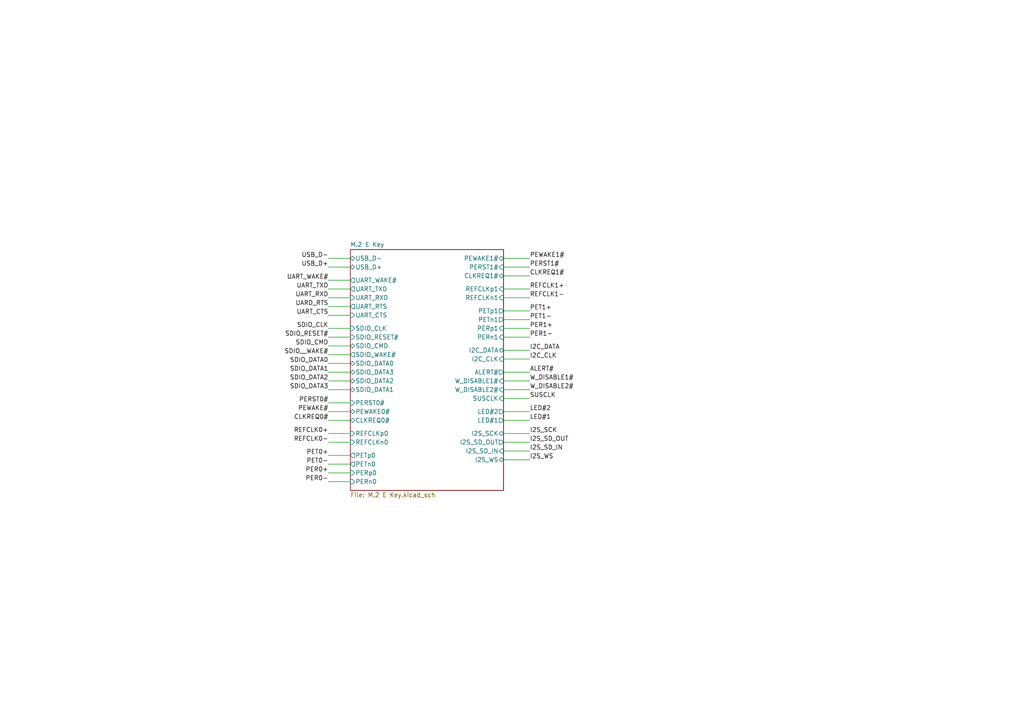
<source format=kicad_sch>
(kicad_sch
	(version 20250114)
	(generator "eeschema")
	(generator_version "9.0")
	(uuid "aaf036dc-255d-4ccb-b6c3-e9d3d1ee6709")
	(paper "A4")
	(lib_symbols)
	(wire
		(pts
			(xy 146.05 119.38) (xy 153.67 119.38)
		)
		(stroke
			(width 0)
			(type default)
		)
		(uuid "03b58f2f-4dab-451a-aeb9-0644e896b520")
	)
	(wire
		(pts
			(xy 95.25 116.84) (xy 101.6 116.84)
		)
		(stroke
			(width 0)
			(type default)
		)
		(uuid "06f54872-90d7-471f-9416-714af3866908")
	)
	(wire
		(pts
			(xy 146.05 121.92) (xy 153.67 121.92)
		)
		(stroke
			(width 0)
			(type default)
		)
		(uuid "0a2faf69-5f4c-49e5-a971-a41873738239")
	)
	(wire
		(pts
			(xy 146.05 80.01) (xy 153.67 80.01)
		)
		(stroke
			(width 0)
			(type default)
		)
		(uuid "17289a4c-e344-4454-95a2-e8f50c244f58")
	)
	(wire
		(pts
			(xy 146.05 95.25) (xy 153.67 95.25)
		)
		(stroke
			(width 0)
			(type default)
		)
		(uuid "191e7c19-31ea-4eae-b91d-76b92ae77db4")
	)
	(wire
		(pts
			(xy 95.25 139.7) (xy 101.6 139.7)
		)
		(stroke
			(width 0)
			(type default)
		)
		(uuid "1e646869-7167-4f36-bd99-305a43c8e4ed")
	)
	(wire
		(pts
			(xy 95.25 81.28) (xy 101.6 81.28)
		)
		(stroke
			(width 0)
			(type default)
		)
		(uuid "21a9bb39-97a1-4d66-8f5b-1cea6c2156d0")
	)
	(wire
		(pts
			(xy 146.05 104.14) (xy 153.67 104.14)
		)
		(stroke
			(width 0)
			(type default)
		)
		(uuid "37a42ab8-2d5f-4c8a-a07e-6601a63916b2")
	)
	(wire
		(pts
			(xy 146.05 130.81) (xy 153.67 130.81)
		)
		(stroke
			(width 0)
			(type default)
		)
		(uuid "38b536fb-bba3-44bf-9946-24f32dbdefd5")
	)
	(wire
		(pts
			(xy 95.25 110.49) (xy 101.6 110.49)
		)
		(stroke
			(width 0)
			(type default)
		)
		(uuid "3d3b6dfe-5671-422c-86fb-61054ad34218")
	)
	(wire
		(pts
			(xy 146.05 74.93) (xy 153.67 74.93)
		)
		(stroke
			(width 0)
			(type default)
		)
		(uuid "4505b23a-f9c9-4f95-ad72-18b7a58f700d")
	)
	(wire
		(pts
			(xy 95.25 74.93) (xy 101.6 74.93)
		)
		(stroke
			(width 0)
			(type default)
		)
		(uuid "46f2d8d0-b0d0-43db-a696-66263665fe0b")
	)
	(wire
		(pts
			(xy 95.25 137.16) (xy 101.6 137.16)
		)
		(stroke
			(width 0)
			(type default)
		)
		(uuid "47f737e9-e605-47a3-b95c-17d6576ac329")
	)
	(wire
		(pts
			(xy 146.05 110.49) (xy 153.67 110.49)
		)
		(stroke
			(width 0)
			(type default)
		)
		(uuid "4b4f323c-15b3-4e11-b1ac-75ee426f6fdd")
	)
	(wire
		(pts
			(xy 95.25 88.9) (xy 101.6 88.9)
		)
		(stroke
			(width 0)
			(type default)
		)
		(uuid "54dd1ff4-7079-4706-aad1-04d2eb13b700")
	)
	(wire
		(pts
			(xy 146.05 97.79) (xy 153.67 97.79)
		)
		(stroke
			(width 0)
			(type default)
		)
		(uuid "597bc73a-922e-4ff8-8d82-3e8c3deecd1a")
	)
	(wire
		(pts
			(xy 95.25 105.41) (xy 101.6 105.41)
		)
		(stroke
			(width 0)
			(type default)
		)
		(uuid "61b3cdd8-4885-42c3-9e24-34eee7f7f78c")
	)
	(wire
		(pts
			(xy 95.25 125.73) (xy 101.6 125.73)
		)
		(stroke
			(width 0)
			(type default)
		)
		(uuid "6546f964-d9d3-41a9-81b7-0233744b03fe")
	)
	(wire
		(pts
			(xy 146.05 83.82) (xy 153.67 83.82)
		)
		(stroke
			(width 0)
			(type default)
		)
		(uuid "76e7611e-fc0c-4d30-90ef-3a4ffc64fe6c")
	)
	(wire
		(pts
			(xy 95.25 83.82) (xy 101.6 83.82)
		)
		(stroke
			(width 0)
			(type default)
		)
		(uuid "7b5537b9-7795-4ecd-9512-217331a7374e")
	)
	(wire
		(pts
			(xy 146.05 92.71) (xy 153.67 92.71)
		)
		(stroke
			(width 0)
			(type default)
		)
		(uuid "804faba2-cef9-4a18-922e-84885e4f5407")
	)
	(wire
		(pts
			(xy 95.25 100.33) (xy 101.6 100.33)
		)
		(stroke
			(width 0)
			(type default)
		)
		(uuid "83bba7b2-3315-4158-adeb-a6d3477cb6b1")
	)
	(wire
		(pts
			(xy 146.05 86.36) (xy 153.67 86.36)
		)
		(stroke
			(width 0)
			(type default)
		)
		(uuid "8641eb00-bf3d-4baf-9ef7-784b2a6e2161")
	)
	(wire
		(pts
			(xy 95.25 119.38) (xy 101.6 119.38)
		)
		(stroke
			(width 0)
			(type default)
		)
		(uuid "8642de09-100d-4b4a-91b3-0fb69be0b00b")
	)
	(wire
		(pts
			(xy 146.05 115.57) (xy 153.67 115.57)
		)
		(stroke
			(width 0)
			(type default)
		)
		(uuid "8a29c2b0-38e3-49a4-82ce-e51d35bd97b5")
	)
	(wire
		(pts
			(xy 146.05 90.17) (xy 153.67 90.17)
		)
		(stroke
			(width 0)
			(type default)
		)
		(uuid "935ae49a-86d7-4a56-bd83-92b6384536ce")
	)
	(wire
		(pts
			(xy 146.05 133.35) (xy 153.67 133.35)
		)
		(stroke
			(width 0)
			(type default)
		)
		(uuid "93a3685e-83fa-47c1-8caf-e0ea41936e32")
	)
	(wire
		(pts
			(xy 146.05 128.27) (xy 153.67 128.27)
		)
		(stroke
			(width 0)
			(type default)
		)
		(uuid "a12f91e3-3b25-4993-b6f4-53b877232d98")
	)
	(wire
		(pts
			(xy 95.25 97.79) (xy 101.6 97.79)
		)
		(stroke
			(width 0)
			(type default)
		)
		(uuid "a1da161c-7548-4986-a73f-d69899193636")
	)
	(wire
		(pts
			(xy 95.25 102.87) (xy 101.6 102.87)
		)
		(stroke
			(width 0)
			(type default)
		)
		(uuid "a4aada25-4096-47a0-95c6-de973f33b3fb")
	)
	(wire
		(pts
			(xy 95.25 132.08) (xy 101.6 132.08)
		)
		(stroke
			(width 0)
			(type default)
		)
		(uuid "b4f4f44c-d37a-40c2-82c1-38751de1486f")
	)
	(wire
		(pts
			(xy 95.25 113.03) (xy 101.6 113.03)
		)
		(stroke
			(width 0)
			(type default)
		)
		(uuid "b7aa73e0-30e2-4979-a31f-577e640df779")
	)
	(wire
		(pts
			(xy 146.05 101.6) (xy 153.67 101.6)
		)
		(stroke
			(width 0)
			(type default)
		)
		(uuid "c0ba7db4-352f-40e9-a690-602cc9c3b8d0")
	)
	(wire
		(pts
			(xy 146.05 107.95) (xy 153.67 107.95)
		)
		(stroke
			(width 0)
			(type default)
		)
		(uuid "c2fa7180-a1ef-47fe-a185-c0f8915dd94f")
	)
	(wire
		(pts
			(xy 95.25 128.27) (xy 101.6 128.27)
		)
		(stroke
			(width 0)
			(type default)
		)
		(uuid "c3d4a0da-1015-4e21-a604-e2e7fa9f07d6")
	)
	(wire
		(pts
			(xy 95.25 134.62) (xy 101.6 134.62)
		)
		(stroke
			(width 0)
			(type default)
		)
		(uuid "cf584b8b-ee63-4181-b4cb-91886c90d2d9")
	)
	(wire
		(pts
			(xy 146.05 113.03) (xy 153.67 113.03)
		)
		(stroke
			(width 0)
			(type default)
		)
		(uuid "d14f25b8-e7e1-4d77-91d3-2d1f5b86713f")
	)
	(wire
		(pts
			(xy 146.05 125.73) (xy 153.67 125.73)
		)
		(stroke
			(width 0)
			(type default)
		)
		(uuid "ddc9885e-51a2-4afd-ba3d-fdf9ea5be083")
	)
	(wire
		(pts
			(xy 95.25 95.25) (xy 101.6 95.25)
		)
		(stroke
			(width 0)
			(type default)
		)
		(uuid "e1ca5715-2970-4640-a437-d2e1e0b27791")
	)
	(wire
		(pts
			(xy 95.25 91.44) (xy 101.6 91.44)
		)
		(stroke
			(width 0)
			(type default)
		)
		(uuid "e6d59247-ed34-4859-978b-b9425b71594f")
	)
	(wire
		(pts
			(xy 146.05 77.47) (xy 153.67 77.47)
		)
		(stroke
			(width 0)
			(type default)
		)
		(uuid "ebd5849d-ed9b-4505-8b78-143ea8a2c93f")
	)
	(wire
		(pts
			(xy 95.25 107.95) (xy 101.6 107.95)
		)
		(stroke
			(width 0)
			(type default)
		)
		(uuid "ed5f4866-fcd4-40ab-8bda-bce224622eff")
	)
	(wire
		(pts
			(xy 95.25 77.47) (xy 101.6 77.47)
		)
		(stroke
			(width 0)
			(type default)
		)
		(uuid "efe13d7c-3ec5-4056-9320-41f3a65d0831")
	)
	(wire
		(pts
			(xy 95.25 86.36) (xy 101.6 86.36)
		)
		(stroke
			(width 0)
			(type default)
		)
		(uuid "f7f27fef-d216-4404-83fb-323b3fe9bd65")
	)
	(wire
		(pts
			(xy 95.25 121.92) (xy 101.6 121.92)
		)
		(stroke
			(width 0)
			(type default)
		)
		(uuid "ffc0a8a6-aac0-4772-9f66-dc219ec62621")
	)
	(label "UART_RXD"
		(at 95.25 86.36 180)
		(effects
			(font
				(size 1.27 1.27)
			)
			(justify right bottom)
		)
		(uuid "06670531-c0ba-4b82-91f3-54d598f6b122")
	)
	(label "SDIO_CMD"
		(at 95.25 100.33 180)
		(effects
			(font
				(size 1.27 1.27)
			)
			(justify right bottom)
		)
		(uuid "0749ab4e-258f-485d-9936-aff5587b11f9")
	)
	(label "PET1+"
		(at 153.67 90.17 0)
		(effects
			(font
				(size 1.27 1.27)
			)
			(justify left bottom)
		)
		(uuid "07d1fe05-4018-43d4-9bb1-76d5aaddc436")
	)
	(label "ALERT#"
		(at 153.67 107.95 0)
		(effects
			(font
				(size 1.27 1.27)
			)
			(justify left bottom)
		)
		(uuid "1225e0b8-7670-4a30-ad7c-6c83036b7fa3")
	)
	(label "CLKREQ0#"
		(at 95.25 121.92 180)
		(effects
			(font
				(size 1.27 1.27)
			)
			(justify right bottom)
		)
		(uuid "122fb16b-032e-4fa7-b348-b25adb179e52")
	)
	(label "PER0-"
		(at 95.25 139.7 180)
		(effects
			(font
				(size 1.27 1.27)
			)
			(justify right bottom)
		)
		(uuid "17f79806-ff2b-4f63-a196-cb8795016171")
	)
	(label "LED#1"
		(at 153.67 121.92 0)
		(effects
			(font
				(size 1.27 1.27)
			)
			(justify left bottom)
		)
		(uuid "1847f5ce-3e04-4b71-9d15-ef15fa134c64")
	)
	(label "SDIO_DATA3"
		(at 95.25 113.03 180)
		(effects
			(font
				(size 1.27 1.27)
			)
			(justify right bottom)
		)
		(uuid "20220084-1f74-4427-844a-ba3dc1669ae7")
	)
	(label "W_DISABLE2#"
		(at 153.67 113.03 0)
		(effects
			(font
				(size 1.27 1.27)
			)
			(justify left bottom)
		)
		(uuid "24f23b35-2e5e-46b1-a9a3-71fc71bf74e0")
	)
	(label "UART_CTS"
		(at 95.25 91.44 180)
		(effects
			(font
				(size 1.27 1.27)
			)
			(justify right bottom)
		)
		(uuid "2c7e78f6-28b6-44e5-9899-3847fb748d38")
	)
	(label "SDIO_CLK"
		(at 95.25 95.25 180)
		(effects
			(font
				(size 1.27 1.27)
			)
			(justify right bottom)
		)
		(uuid "2c833ea8-b22d-4419-9746-f92e7e5f9241")
	)
	(label "SUSCLK"
		(at 153.67 115.57 0)
		(effects
			(font
				(size 1.27 1.27)
			)
			(justify left bottom)
		)
		(uuid "3155a073-b14f-4614-8833-bc4f43ef0347")
	)
	(label "UART_WAKE#"
		(at 95.25 81.28 180)
		(effects
			(font
				(size 1.27 1.27)
			)
			(justify right bottom)
		)
		(uuid "334e3997-34fd-40bf-8048-0d768886a5cb")
	)
	(label "REFCLK1-"
		(at 153.67 86.36 0)
		(effects
			(font
				(size 1.27 1.27)
			)
			(justify left bottom)
		)
		(uuid "488da32a-57e8-46f0-a739-e8f300632d1f")
	)
	(label "PET0+"
		(at 95.25 132.08 180)
		(effects
			(font
				(size 1.27 1.27)
			)
			(justify right bottom)
		)
		(uuid "48e5458d-80f5-4194-a9c6-ea9d887619ea")
	)
	(label "CLKREQ1#"
		(at 153.67 80.01 0)
		(effects
			(font
				(size 1.27 1.27)
			)
			(justify left bottom)
		)
		(uuid "4e0f2096-c76d-4f83-8f90-e9ec66197570")
	)
	(label "SDIO_DATA0"
		(at 95.25 105.41 180)
		(effects
			(font
				(size 1.27 1.27)
			)
			(justify right bottom)
		)
		(uuid "4ee2ea7c-8eb4-43af-9ae1-928ce40c342e")
	)
	(label "SDIO_DATA2"
		(at 95.25 110.49 180)
		(effects
			(font
				(size 1.27 1.27)
			)
			(justify right bottom)
		)
		(uuid "5e42d664-42e0-4d83-81dd-328918625175")
	)
	(label "I2S_WS"
		(at 153.67 133.35 0)
		(effects
			(font
				(size 1.27 1.27)
			)
			(justify left bottom)
		)
		(uuid "66f29c5a-e2ef-4ec6-b3a6-d78bf9691f3f")
	)
	(label "USB_D-"
		(at 95.25 74.93 180)
		(effects
			(font
				(size 1.27 1.27)
			)
			(justify right bottom)
		)
		(uuid "68e4fccd-28b6-48bc-9e4d-37434b95bc20")
	)
	(label "PEWAKE1#"
		(at 153.67 74.93 0)
		(effects
			(font
				(size 1.27 1.27)
			)
			(justify left bottom)
		)
		(uuid "6af89fba-2606-4fdf-bc16-7d4b9ca73fda")
	)
	(label "PER1-"
		(at 153.67 97.79 0)
		(effects
			(font
				(size 1.27 1.27)
			)
			(justify left bottom)
		)
		(uuid "7151504c-1b8c-4345-981b-4823d46ab1d0")
	)
	(label "REFCLK1+"
		(at 153.67 83.82 0)
		(effects
			(font
				(size 1.27 1.27)
			)
			(justify left bottom)
		)
		(uuid "71f0ebd5-b910-4b67-a76a-49c8c801dcd6")
	)
	(label "PERST0#"
		(at 95.25 116.84 180)
		(effects
			(font
				(size 1.27 1.27)
			)
			(justify right bottom)
		)
		(uuid "72a5a8cb-5082-4c54-8e96-e7966137cc80")
	)
	(label "SDIO__WAKE#"
		(at 95.25 102.87 180)
		(effects
			(font
				(size 1.27 1.27)
			)
			(justify right bottom)
		)
		(uuid "74778b4f-9331-4aac-966a-fc25303c483d")
	)
	(label "REFCLK0+"
		(at 95.25 125.73 180)
		(effects
			(font
				(size 1.27 1.27)
			)
			(justify right bottom)
		)
		(uuid "802237f3-553d-43f1-bfc3-5954b95f748d")
	)
	(label "W_DISABLE1#"
		(at 153.67 110.49 0)
		(effects
			(font
				(size 1.27 1.27)
			)
			(justify left bottom)
		)
		(uuid "86d8c1da-4c35-4c3e-b701-b25795c46ad7")
	)
	(label "LED#2"
		(at 153.67 119.38 0)
		(effects
			(font
				(size 1.27 1.27)
			)
			(justify left bottom)
		)
		(uuid "8b949940-ba6d-4062-a289-d1839aade85e")
	)
	(label "USB_D+"
		(at 95.25 77.47 180)
		(effects
			(font
				(size 1.27 1.27)
			)
			(justify right bottom)
		)
		(uuid "8fbeda2d-61bb-4ce7-a14c-97bf9599f55d")
	)
	(label "I2C_DATA"
		(at 153.67 101.6 0)
		(effects
			(font
				(size 1.27 1.27)
			)
			(justify left bottom)
		)
		(uuid "95747cce-7702-4065-99d6-ad604e9afb34")
	)
	(label "PERST1#"
		(at 153.67 77.47 0)
		(effects
			(font
				(size 1.27 1.27)
			)
			(justify left bottom)
		)
		(uuid "a0896bfc-b6db-4c4b-b85c-93236fc21a02")
	)
	(label "PEWAKE#"
		(at 95.25 119.38 180)
		(effects
			(font
				(size 1.27 1.27)
			)
			(justify right bottom)
		)
		(uuid "a271d567-110e-4d16-ad3a-2d4ceb758ecf")
	)
	(label "I2C_CLK"
		(at 153.67 104.14 0)
		(effects
			(font
				(size 1.27 1.27)
			)
			(justify left bottom)
		)
		(uuid "a8108fc4-5673-40ca-8f6d-862be87bf3fc")
	)
	(label "PET0-"
		(at 95.25 134.62 180)
		(effects
			(font
				(size 1.27 1.27)
			)
			(justify right bottom)
		)
		(uuid "aa881d0b-1b4c-472c-9961-05481f10190d")
	)
	(label "PER1+"
		(at 153.67 95.25 0)
		(effects
			(font
				(size 1.27 1.27)
			)
			(justify left bottom)
		)
		(uuid "bacb69e2-bd07-4139-8c85-921317d28d1a")
	)
	(label "SDIO_DATA1"
		(at 95.25 107.95 180)
		(effects
			(font
				(size 1.27 1.27)
			)
			(justify right bottom)
		)
		(uuid "bbf72a7a-3c33-4e04-bf79-a8735f39d1c6")
	)
	(label "I2S_SCK"
		(at 153.67 125.73 0)
		(effects
			(font
				(size 1.27 1.27)
			)
			(justify left bottom)
		)
		(uuid "c4d51580-d702-4235-a699-b14c1af2713e")
	)
	(label "UARD_RTS"
		(at 95.25 88.9 180)
		(effects
			(font
				(size 1.27 1.27)
			)
			(justify right bottom)
		)
		(uuid "c7dcf12d-5bba-409f-9eed-289a35f3d58a")
	)
	(label "PER0+"
		(at 95.25 137.16 180)
		(effects
			(font
				(size 1.27 1.27)
			)
			(justify right bottom)
		)
		(uuid "cf34242c-adb7-455c-8d23-a38540d3aee1")
	)
	(label "I2S_SD_OUT"
		(at 153.67 128.27 0)
		(effects
			(font
				(size 1.27 1.27)
			)
			(justify left bottom)
		)
		(uuid "e010476f-e631-407f-bd47-cc6a36fac647")
	)
	(label "SDIO_RESET#"
		(at 95.25 97.79 180)
		(effects
			(font
				(size 1.27 1.27)
			)
			(justify right bottom)
		)
		(uuid "e2e6a714-6a45-4055-b18c-5eff18485024")
	)
	(label "PET1-"
		(at 153.67 92.71 0)
		(effects
			(font
				(size 1.27 1.27)
			)
			(justify left bottom)
		)
		(uuid "e6407beb-9cc3-4f8b-b2af-e895a06f2a3a")
	)
	(label "I2S_SD_IN"
		(at 153.67 130.81 0)
		(effects
			(font
				(size 1.27 1.27)
			)
			(justify left bottom)
		)
		(uuid "f5ef121d-6644-4b89-9e9b-9d40ac12f59b")
	)
	(label "UART_TXD"
		(at 95.25 83.82 180)
		(effects
			(font
				(size 1.27 1.27)
			)
			(justify right bottom)
		)
		(uuid "f84acbb2-4c12-4543-8135-34eeb72f0a1f")
	)
	(label "REFCLK0-"
		(at 95.25 128.27 180)
		(effects
			(font
				(size 1.27 1.27)
			)
			(justify right bottom)
		)
		(uuid "fe68cc99-1f40-4bc5-b63a-5ca5479940d7")
	)
	(sheet
		(at 101.6 72.39)
		(size 44.45 69.85)
		(exclude_from_sim no)
		(in_bom yes)
		(on_board yes)
		(dnp no)
		(fields_autoplaced yes)
		(stroke
			(width 0.1524)
			(type solid)
		)
		(fill
			(color 0 0 0 0.0000)
		)
		(uuid "7b30a98c-45c5-49d3-9395-539ac2342c37")
		(property "Sheetname" "M.2 E Key"
			(at 101.6 71.6784 0)
			(effects
				(font
					(size 1.27 1.27)
				)
				(justify left bottom)
			)
		)
		(property "Sheetfile" "M.2 E Key.kicad_sch"
			(at 101.6 142.8246 0)
			(effects
				(font
					(size 1.27 1.27)
				)
				(justify left top)
			)
		)
		(pin "USB_D-" bidirectional
			(at 101.6 74.93 180)
			(uuid "a099e7ca-d35f-456e-864b-29956363e049")
			(effects
				(font
					(size 1.27 1.27)
				)
				(justify left)
			)
		)
		(pin "USB_D+" bidirectional
			(at 101.6 77.47 180)
			(uuid "ef1a8f3d-407b-4472-9ea1-cbd8a1708f18")
			(effects
				(font
					(size 1.27 1.27)
				)
				(justify left)
			)
		)
		(pin "UART_WAKE#" output
			(at 101.6 81.28 180)
			(uuid "667fcf9f-7cad-469f-83ad-c3382c8fadfd")
			(effects
				(font
					(size 1.27 1.27)
				)
				(justify left)
			)
		)
		(pin "UART_TXD" output
			(at 101.6 83.82 180)
			(uuid "23605636-3d84-420b-9c12-c2f2446d4307")
			(effects
				(font
					(size 1.27 1.27)
				)
				(justify left)
			)
		)
		(pin "UART_RTS" output
			(at 101.6 88.9 180)
			(uuid "763294c2-5eb5-4126-b4c8-0233b1bc4d6a")
			(effects
				(font
					(size 1.27 1.27)
				)
				(justify left)
			)
		)
		(pin "UART_RXD" input
			(at 101.6 86.36 180)
			(uuid "f767ea5a-ea9b-4c50-95e7-ae5bb0166b34")
			(effects
				(font
					(size 1.27 1.27)
				)
				(justify left)
			)
		)
		(pin "UART_CTS" input
			(at 101.6 91.44 180)
			(uuid "38a15123-029a-42fd-be2c-8ce918377bd9")
			(effects
				(font
					(size 1.27 1.27)
				)
				(justify left)
			)
		)
		(pin "SDIO_CLK" input
			(at 101.6 95.25 180)
			(uuid "1a945f37-f5ea-4dfe-8653-0658d2654740")
			(effects
				(font
					(size 1.27 1.27)
				)
				(justify left)
			)
		)
		(pin "SDIO_RESET#" input
			(at 101.6 97.79 180)
			(uuid "17ea6a3a-c28e-461c-bea9-64d6f73a94d6")
			(effects
				(font
					(size 1.27 1.27)
				)
				(justify left)
			)
		)
		(pin "SDIO_CMD" bidirectional
			(at 101.6 100.33 180)
			(uuid "f85df59e-23f8-46b1-b436-af7cdb3f6a33")
			(effects
				(font
					(size 1.27 1.27)
				)
				(justify left)
			)
		)
		(pin "SDIO_WAKE#" output
			(at 101.6 102.87 180)
			(uuid "69c87cbb-1a59-4c59-a418-6eb1d0a217f9")
			(effects
				(font
					(size 1.27 1.27)
				)
				(justify left)
			)
		)
		(pin "SDIO_DATA0" bidirectional
			(at 101.6 105.41 180)
			(uuid "04357d25-5c97-455b-b380-79ab6d2a4a49")
			(effects
				(font
					(size 1.27 1.27)
				)
				(justify left)
			)
		)
		(pin "SDIO_DATA3" bidirectional
			(at 101.6 107.95 180)
			(uuid "30dc63b5-a7b7-4104-a272-45ee830784db")
			(effects
				(font
					(size 1.27 1.27)
				)
				(justify left)
			)
		)
		(pin "SDIO_DATA2" bidirectional
			(at 101.6 110.49 180)
			(uuid "28cc4568-33f7-4a92-a2b5-b7feb4468d53")
			(effects
				(font
					(size 1.27 1.27)
				)
				(justify left)
			)
		)
		(pin "SDIO_DATA1" bidirectional
			(at 101.6 113.03 180)
			(uuid "3dac65b1-b833-4a4c-842f-3da1e4593756")
			(effects
				(font
					(size 1.27 1.27)
				)
				(justify left)
			)
		)
		(pin "PERST0#" input
			(at 101.6 116.84 180)
			(uuid "874c1997-4940-4d46-8da5-fc536e6c6945")
			(effects
				(font
					(size 1.27 1.27)
				)
				(justify left)
			)
		)
		(pin "PEWAKE0#" bidirectional
			(at 101.6 119.38 180)
			(uuid "b1211d52-3c51-4da5-b7ea-698b8113f847")
			(effects
				(font
					(size 1.27 1.27)
				)
				(justify left)
			)
		)
		(pin "CLKREQ0#" bidirectional
			(at 101.6 121.92 180)
			(uuid "82efdedd-431b-4b3a-9cc0-9a112d4b4a2e")
			(effects
				(font
					(size 1.27 1.27)
				)
				(justify left)
			)
		)
		(pin "REFCLKp0" input
			(at 101.6 125.73 180)
			(uuid "2671aa0a-d3ea-4038-b790-acaa4baeb1ac")
			(effects
				(font
					(size 1.27 1.27)
				)
				(justify left)
			)
		)
		(pin "REFCLKn0" input
			(at 101.6 128.27 180)
			(uuid "fdff5f68-a177-4ca4-b962-b297962dfc25")
			(effects
				(font
					(size 1.27 1.27)
				)
				(justify left)
			)
		)
		(pin "PETn0" output
			(at 101.6 134.62 180)
			(uuid "a0ffabaa-96d5-4b18-809f-035c04a8fde4")
			(effects
				(font
					(size 1.27 1.27)
				)
				(justify left)
			)
		)
		(pin "PETp0" output
			(at 101.6 132.08 180)
			(uuid "d90d89a9-582c-4cf3-90be-65022ec32cac")
			(effects
				(font
					(size 1.27 1.27)
				)
				(justify left)
			)
		)
		(pin "PERn0" input
			(at 101.6 139.7 180)
			(uuid "5246c3e8-57da-4e4e-b856-b4d781751466")
			(effects
				(font
					(size 1.27 1.27)
				)
				(justify left)
			)
		)
		(pin "PERp0" input
			(at 101.6 137.16 180)
			(uuid "8ec0a166-ee9f-44d5-b4f5-5e5d5ea1d91b")
			(effects
				(font
					(size 1.27 1.27)
				)
				(justify left)
			)
		)
		(pin "PEWAKE1#" bidirectional
			(at 146.05 74.93 0)
			(uuid "f72b9e17-b6b5-4165-8314-fb13be6ff2c6")
			(effects
				(font
					(size 1.27 1.27)
				)
				(justify right)
			)
		)
		(pin "PERST1#" input
			(at 146.05 77.47 0)
			(uuid "35f23462-9471-4786-8ffc-3a6594660deb")
			(effects
				(font
					(size 1.27 1.27)
				)
				(justify right)
			)
		)
		(pin "CLKREQ1#" bidirectional
			(at 146.05 80.01 0)
			(uuid "b3392ca5-93e8-41f8-b3d2-e4b0c68a4d8a")
			(effects
				(font
					(size 1.27 1.27)
				)
				(justify right)
			)
		)
		(pin "REFCLKn1" input
			(at 146.05 86.36 0)
			(uuid "fcf974a5-1ce7-4f42-a491-94c1f2413101")
			(effects
				(font
					(size 1.27 1.27)
				)
				(justify right)
			)
		)
		(pin "REFCLKp1" input
			(at 146.05 83.82 0)
			(uuid "d2d8b05d-e33b-4124-bdef-6a587a37e53d")
			(effects
				(font
					(size 1.27 1.27)
				)
				(justify right)
			)
		)
		(pin "PETn1" output
			(at 146.05 92.71 0)
			(uuid "5b026896-5ca8-4587-a1a8-ef86ac6cf8fc")
			(effects
				(font
					(size 1.27 1.27)
				)
				(justify right)
			)
		)
		(pin "PETp1" output
			(at 146.05 90.17 0)
			(uuid "89421d79-8f96-4250-9812-2add2d7ce724")
			(effects
				(font
					(size 1.27 1.27)
				)
				(justify right)
			)
		)
		(pin "PERp1" input
			(at 146.05 95.25 0)
			(uuid "5c31c010-dd78-4455-8108-e9c060686c23")
			(effects
				(font
					(size 1.27 1.27)
				)
				(justify right)
			)
		)
		(pin "PERn1" input
			(at 146.05 97.79 0)
			(uuid "3f1f68c0-821a-4e75-b1d4-a18350157ecc")
			(effects
				(font
					(size 1.27 1.27)
				)
				(justify right)
			)
		)
		(pin "I2C_DATA" bidirectional
			(at 146.05 101.6 0)
			(uuid "63b45866-3d2b-4e3a-8cbe-fceeeb8eeb2e")
			(effects
				(font
					(size 1.27 1.27)
				)
				(justify right)
			)
		)
		(pin "I2C_CLK" input
			(at 146.05 104.14 0)
			(uuid "88612a41-a075-4986-b3c9-86a730936d3f")
			(effects
				(font
					(size 1.27 1.27)
				)
				(justify right)
			)
		)
		(pin "ALERT#" output
			(at 146.05 107.95 0)
			(uuid "60b35ad5-82c8-44eb-b789-117e81cb91b8")
			(effects
				(font
					(size 1.27 1.27)
				)
				(justify right)
			)
		)
		(pin "W_DISABLE1#" input
			(at 146.05 110.49 0)
			(uuid "b4052792-3114-4001-b203-0a26e8d32570")
			(effects
				(font
					(size 1.27 1.27)
				)
				(justify right)
			)
		)
		(pin "SUSCLK" input
			(at 146.05 115.57 0)
			(uuid "953024c6-8915-4358-839e-e82effa1fe38")
			(effects
				(font
					(size 1.27 1.27)
				)
				(justify right)
			)
		)
		(pin "W_DISABLE2#" input
			(at 146.05 113.03 0)
			(uuid "b782afd8-2d73-438f-8c49-d1d847c0e93e")
			(effects
				(font
					(size 1.27 1.27)
				)
				(justify right)
			)
		)
		(pin "LED#2" output
			(at 146.05 119.38 0)
			(uuid "0332915c-50b0-4092-9f36-a3a43855fd10")
			(effects
				(font
					(size 1.27 1.27)
				)
				(justify right)
			)
		)
		(pin "LED#1" output
			(at 146.05 121.92 0)
			(uuid "9a3990e4-5105-4586-933b-3b15c14a2bca")
			(effects
				(font
					(size 1.27 1.27)
				)
				(justify right)
			)
		)
		(pin "I2S_SCK" bidirectional
			(at 146.05 125.73 0)
			(uuid "d7eaa0b2-0a3f-4d98-a80b-0d36b803d2ef")
			(effects
				(font
					(size 1.27 1.27)
				)
				(justify right)
			)
		)
		(pin "I2S_SD_OUT" output
			(at 146.05 128.27 0)
			(uuid "1ab273b4-d932-4681-b51c-7d110bceb79b")
			(effects
				(font
					(size 1.27 1.27)
				)
				(justify right)
			)
		)
		(pin "I2S_WS" bidirectional
			(at 146.05 133.35 0)
			(uuid "1eb69f99-76af-4872-9440-b295aa6c5869")
			(effects
				(font
					(size 1.27 1.27)
				)
				(justify right)
			)
		)
		(pin "I2S_SD_IN" input
			(at 146.05 130.81 0)
			(uuid "d4fae26c-f967-4c5e-b77c-dd05e7b28edb")
			(effects
				(font
					(size 1.27 1.27)
				)
				(justify right)
			)
		)
		(instances
			(project "M.2 E Key 22110"
				(path "/aaf036dc-255d-4ccb-b6c3-e9d3d1ee6709"
					(page "2")
				)
			)
		)
	)
	(sheet_instances
		(path "/"
			(page "1")
		)
	)
	(embedded_fonts no)
)

</source>
